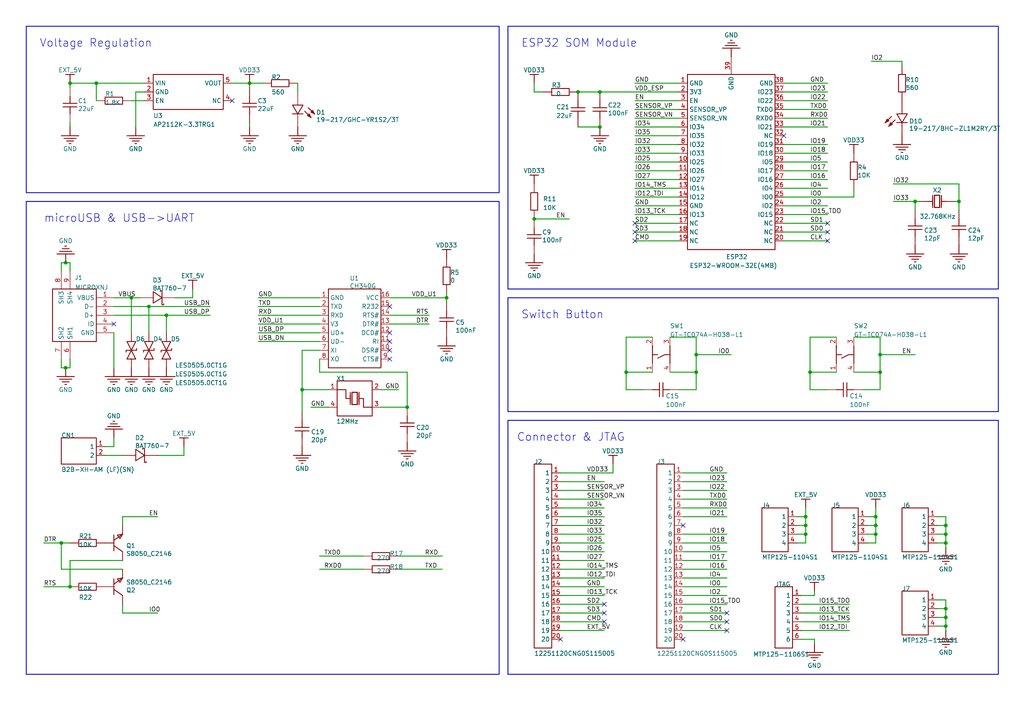
<source format=kicad_sch>
(kicad_sch (version 20220104) (generator eeschema)
  (paper "A4")
  (junction (at 87.63 113.03))
  (junction (at 278.13 58.42))
  (junction (at 43.18 88.9))
  (junction (at 20.32 170.18))
  (junction (at 19.05 76.2))
  (junction (at 254 154.94))
  (junction (at 167.64 26.67))
  (junction (at 17.78 157.48))
  (junction (at 72.39 24.13))
  (junction (at 27.94 24.13))
  (junction (at 173.99 36.83))
  (junction (at 254 149.86))
  (junction (at 19.05 106.68))
  (junction (at 38.1 86.36))
  (junction (at 233.68 149.86))
  (junction (at 129.54 86.36))
  (junction (at 274.32 176.53))
  (junction (at 265.43 58.42))
  (junction (at 254 152.4))
  (junction (at 201.93 102.87))
  (junction (at 173.99 26.67))
  (junction (at 274.32 154.94))
  (junction (at 274.32 157.48))
  (junction (at 274.32 181.61))
  (junction (at 255.27 107.95))
  (junction (at 274.32 152.4))
  (junction (at 118.11 118.11))
  (junction (at 233.68 154.94))
  (junction (at 274.32 179.07))
  (junction (at 233.68 152.4))
  (junction (at 181.61 107.95))
  (junction (at 201.93 107.95))
  (junction (at 48.26 91.44))
  (junction (at 255.27 102.87))
  (junction (at 154.94 63.5))
  (junction (at 234.95 107.95))
  (junction (at 20.32 24.13))
  (no_connect (at 240.03 69.85))
  (no_connect (at 198.12 152.4))
  (no_connect (at 162.56 185.42))
  (no_connect (at 113.03 99.06))
  (no_connect (at 210.82 182.88))
  (no_connect (at 113.03 104.14))
  (no_connect (at 240.03 64.77))
  (no_connect (at 67.31 29.21))
  (no_connect (at 113.03 101.6))
  (no_connect (at 198.12 185.42))
  (no_connect (at 175.26 175.26))
  (no_connect (at 210.82 177.8))
  (no_connect (at 184.15 69.85))
  (no_connect (at 33.02 93.98))
  (no_connect (at 184.15 64.77))
  (no_connect (at 240.03 67.31))
  (no_connect (at 184.15 67.31))
  (no_connect (at 113.03 96.52))
  (no_connect (at 210.82 180.34))
  (no_connect (at 227.33 39.37))
  (no_connect (at 175.26 177.8))
  (no_connect (at 113.03 88.9))
  (no_connect (at 175.26 180.34))
  (wire (pts (xy 41.91 29.21) (xy 38.1 29.21)) (stroke (width 0.254)))
  (wire (pts (xy 227.33 34.29) (xy 240.03 34.29)) (stroke (width 0.254)))
  (wire (pts (xy 162.56 162.56) (xy 175.26 162.56)) (stroke (width 0.254)))
  (wire (pts (xy 232.41 180.34) (xy 246.38 180.34)) (stroke (width 0.254)))
  (wire (pts (xy 184.15 24.13) (xy 196.85 24.13)) (stroke (width 0.254)))
  (wire (pts (xy 38.1 96.52) (xy 38.1 86.36)) (stroke (width 0.254)))
  (wire (pts (xy 247.65 57.15) (xy 247.65 54.61)) (stroke (width 0.254)))
  (wire (pts (xy 259.08 58.42) (xy 265.43 58.42)) (stroke (width 0.254)))
  (wire (pts (xy 236.22 172.72) (xy 236.22 171.45)) (stroke (width 0.254)))
  (wire (pts (xy 254 154.94) (xy 254 152.4)) (stroke (width 0.254)))
  (wire (pts (xy 184.15 69.85) (xy 196.85 69.85)) (stroke (width 0.254)))
  (wire (pts (xy 278.13 60.96) (xy 278.13 58.42)) (stroke (width 0.254)))
  (wire (pts (xy 162.56 172.72) (xy 175.26 172.72)) (stroke (width 0.254)))
  (wire (pts (xy 20.32 76.2) (xy 19.05 76.2)) (stroke (width 0.254)))
  (wire (pts (xy 198.12 147.32) (xy 210.82 147.32)) (stroke (width 0.254)))
  (wire (pts (xy 162.56 182.88) (xy 175.26 182.88)) (stroke (width 0.254)))
  (wire (pts (xy 274.32 179.07) (xy 274.32 181.61)) (stroke (width 0.254)))
  (wire (pts (xy 39.37 36.83) (xy 39.37 26.67)) (stroke (width 0.254)))
  (wire (pts (xy 92.71 165.1) (xy 105.41 165.1)) (stroke (width 0.254)))
  (wire (pts (xy 17.78 106.68) (xy 17.78 104.14)) (stroke (width 0.254)))
  (wire (pts (xy 154.94 26.67) (xy 157.48 26.67)) (stroke (width 0.254)))
  (wire (pts (xy 43.18 96.52) (xy 43.18 88.9)) (stroke (width 0.254)))
  (wire (pts (xy 227.33 44.45) (xy 240.03 44.45)) (stroke (width 0.254)))
  (wire (pts (xy 162.56 157.48) (xy 175.26 157.48)) (stroke (width 0.254)))
  (wire (pts (xy 278.13 53.34) (xy 259.08 53.34)) (stroke (width 0.254)))
  (wire (pts (xy 162.56 149.86) (xy 175.26 149.86)) (stroke (width 0.254)))
  (wire (pts (xy 227.33 26.67) (xy 240.03 26.67)) (stroke (width 0.254)))
  (wire (pts (xy 162.56 180.34) (xy 175.26 180.34)) (stroke (width 0.254)))
  (wire (pts (xy 227.33 62.23) (xy 240.03 62.23)) (stroke (width 0.254)))
  (wire (pts (xy 115.57 165.1) (xy 128.27 165.1)) (stroke (width 0.254)))
  (wire (pts (xy 227.33 41.91) (xy 240.03 41.91)) (stroke (width 0.254)))
  (wire (pts (xy 167.64 36.83) (xy 173.99 36.83)) (stroke (width 0.254)))
  (wire (pts (xy 19.05 76.2) (xy 17.78 76.2)) (stroke (width 0.254)))
  (wire (pts (xy 184.15 44.45) (xy 196.85 44.45)) (stroke (width 0.254)))
  (wire (pts (xy 227.33 57.15) (xy 247.65 57.15)) (stroke (width 0.254)))
  (wire (pts (xy 162.56 154.94) (xy 175.26 154.94)) (stroke (width 0.254)))
  (wire (pts (xy 35.56 175.26) (xy 35.56 177.8)) (stroke (width 0.254)))
  (wire (pts (xy 38.1 86.36) (xy 40.64 86.36)) (stroke (width 0.254)))
  (wire (pts (xy 232.41 175.26) (xy 246.38 175.26)) (stroke (width 0.254)))
  (wire (pts (xy 233.68 154.94) (xy 233.68 152.4)) (stroke (width 0.254)))
  (wire (pts (xy 184.15 52.07) (xy 196.85 52.07)) (stroke (width 0.254)))
  (wire (pts (xy 271.78 181.61) (xy 274.32 181.61)) (stroke (width 0.254)))
  (wire (pts (xy 92.71 99.06) (xy 74.93 99.06)) (stroke (width 0.254)))
  (wire (pts (xy 227.33 31.75) (xy 240.03 31.75)) (stroke (width 0.254)))
  (wire (pts (xy 184.15 49.53) (xy 196.85 49.53)) (stroke (width 0.254)))
  (wire (pts (xy 48.26 96.52) (xy 48.26 91.44)) (stroke (width 0.254)))
  (wire (pts (xy 227.33 52.07) (xy 240.03 52.07)) (stroke (width 0.254)))
  (wire (pts (xy 232.41 177.8) (xy 246.38 177.8)) (stroke (width 0.254)))
  (wire (pts (xy 198.12 142.24) (xy 210.82 142.24)) (stroke (width 0.254)))
  (wire (pts (xy 201.93 97.79) (xy 201.93 102.87)) (stroke (width 0.254)))
  (wire (pts (xy 274.32 154.94) (xy 274.32 157.48)) (stroke (width 0.254)))
  (wire (pts (xy 227.33 54.61) (xy 240.03 54.61)) (stroke (width 0.254)))
  (wire (pts (xy 72.39 24.13) (xy 76.2 24.13)) (stroke (width 0.254)))
  (wire (pts (xy 184.15 34.29) (xy 196.85 34.29)) (stroke (width 0.254)))
  (wire (pts (xy 231.14 149.86) (xy 233.68 149.86)) (stroke (width 0.254)))
  (wire (pts (xy 20.32 78.74) (xy 20.32 76.2)) (stroke (width 0.254)))
  (wire (pts (xy 129.54 86.36) (xy 113.03 86.36)) (stroke (width 0.254)))
  (wire (pts (xy 90.17 118.11) (xy 95.25 118.11)) (stroke (width 0.254)))
  (wire (pts (xy 92.71 101.6) (xy 87.63 101.6)) (stroke (width 0.254)))
  (wire (pts (xy 162.56 170.18) (xy 175.26 170.18)) (stroke (width 0.254)))
  (wire (pts (xy 201.93 113.03) (xy 201.93 107.95)) (stroke (width 0.254)))
  (wire (pts (xy 92.71 96.52) (xy 74.93 96.52)) (stroke (width 0.254)))
  (wire (pts (xy 92.71 107.95) (xy 92.71 104.14)) (stroke (width 0.254)))
  (wire (pts (xy 227.33 24.13) (xy 240.03 24.13)) (stroke (width 0.254)))
  (wire (pts (xy 227.33 64.77) (xy 240.03 64.77)) (stroke (width 0.254)))
  (wire (pts (xy 198.12 180.34) (xy 210.82 180.34)) (stroke (width 0.254)))
  (wire (pts (xy 201.93 107.95) (xy 201.93 102.87)) (stroke (width 0.254)))
  (wire (pts (xy 45.72 149.86) (xy 35.56 149.86)) (stroke (width 0.254)))
  (wire (pts (xy 184.15 54.61) (xy 196.85 54.61)) (stroke (width 0.254)))
  (wire (pts (xy 35.56 177.8) (xy 45.72 177.8)) (stroke (width 0.254)))
  (wire (pts (xy 198.12 157.48) (xy 210.82 157.48)) (stroke (width 0.254)))
  (wire (pts (xy 271.78 179.07) (xy 274.32 179.07)) (stroke (width 0.254)))
  (wire (pts (xy 20.32 24.13) (xy 27.94 24.13)) (stroke (width 0.254)))
  (wire (pts (xy 231.14 154.94) (xy 233.68 154.94)) (stroke (width 0.254)))
  (wire (pts (xy 198.12 162.56) (xy 210.82 162.56)) (stroke (width 0.254)))
  (wire (pts (xy 19.05 106.68) (xy 17.78 106.68)) (stroke (width 0.254)))
  (wire (pts (xy 274.32 173.99) (xy 274.32 176.53)) (stroke (width 0.254)))
  (wire (pts (xy 233.68 152.4) (xy 233.68 149.86)) (stroke (width 0.254)))
  (wire (pts (xy 198.12 149.86) (xy 210.82 149.86)) (stroke (width 0.254)))
  (wire (pts (xy 254 152.4) (xy 254 149.86)) (stroke (width 0.254)))
  (wire (pts (xy 271.78 176.53) (xy 274.32 176.53)) (stroke (width 0.254)))
  (wire (pts (xy 251.46 154.94) (xy 254 154.94)) (stroke (width 0.254)))
  (wire (pts (xy 201.93 102.87) (xy 212.09 102.87)) (stroke (width 0.254)))
  (wire (pts (xy 184.15 39.37) (xy 196.85 39.37)) (stroke (width 0.254)))
  (wire (pts (xy 198.12 137.16) (xy 210.82 137.16)) (stroke (width 0.254)))
  (wire (pts (xy 181.61 97.79) (xy 189.23 97.79)) (stroke (width 0.254)))
  (wire (pts (xy 17.78 165.1) (xy 35.56 165.1)) (stroke (width 0.254)))
  (wire (pts (xy 181.61 107.95) (xy 181.61 113.03)) (stroke (width 0.254)))
  (wire (pts (xy 17.78 157.48) (xy 20.32 157.48)) (stroke (width 0.254)))
  (wire (pts (xy 233.68 149.86) (xy 233.68 147.32)) (stroke (width 0.254)))
  (wire (pts (xy 162.56 147.32) (xy 175.26 147.32)) (stroke (width 0.254)))
  (wire (pts (xy 184.15 31.75) (xy 196.85 31.75)) (stroke (width 0.254)))
  (wire (pts (xy 255.27 102.87) (xy 265.43 102.87)) (stroke (width 0.254)))
  (wire (pts (xy 67.31 24.13) (xy 72.39 24.13)) (stroke (width 0.254)))
  (wire (pts (xy 167.64 26.67) (xy 173.99 26.67)) (stroke (width 0.254)))
  (wire (pts (xy 30.48 132.08) (xy 35.56 132.08)) (stroke (width 0.254)))
  (wire (pts (xy 198.12 182.88) (xy 210.82 182.88)) (stroke (width 0.254)))
  (wire (pts (xy 274.32 152.4) (xy 274.32 154.94)) (stroke (width 0.254)))
  (wire (pts (xy 227.33 49.53) (xy 240.03 49.53)) (stroke (width 0.254)))
  (wire (pts (xy 118.11 107.95) (xy 92.71 107.95)) (stroke (width 0.254)))
  (wire (pts (xy 184.15 36.83) (xy 196.85 36.83)) (stroke (width 0.254)))
  (wire (pts (xy 162.56 160.02) (xy 175.26 160.02)) (stroke (width 0.254)))
  (wire (pts (xy 247.65 107.95) (xy 255.27 107.95)) (stroke (width 0.254)))
  (wire (pts (xy 232.41 182.88) (xy 246.38 182.88)) (stroke (width 0.254)))
  (wire (pts (xy 227.33 46.99) (xy 240.03 46.99)) (stroke (width 0.254)))
  (wire (pts (xy 27.94 24.13) (xy 27.94 29.21)) (stroke (width 0.254)))
  (wire (pts (xy 250.19 113.03) (xy 255.27 113.03)) (stroke (width 0.254)))
  (wire (pts (xy 231.14 152.4) (xy 233.68 152.4)) (stroke (width 0.254)))
  (wire (pts (xy 198.12 160.02) (xy 210.82 160.02)) (stroke (width 0.254)))
  (wire (pts (xy 251.46 157.48) (xy 254 157.48)) (stroke (width 0.254)))
  (wire (pts (xy 242.57 107.95) (xy 234.95 107.95)) (stroke (width 0.254)))
  (wire (pts (xy 234.95 97.79) (xy 242.57 97.79)) (stroke (width 0.254)))
  (wire (pts (xy 227.33 36.83) (xy 240.03 36.83)) (stroke (width 0.254)))
  (wire (pts (xy 154.94 24.13) (xy 154.94 26.67)) (stroke (width 0.254)))
  (wire (pts (xy 173.99 26.67) (xy 196.85 26.67)) (stroke (width 0.254)))
  (wire (pts (xy 45.72 132.08) (xy 53.34 132.08)) (stroke (width 0.254)))
  (wire (pts (xy 86.36 24.13) (xy 86.36 26.67)) (stroke (width 0.254)))
  (wire (pts (xy 261.62 17.78) (xy 252.73 17.78)) (stroke (width 0.254)))
  (wire (pts (xy 115.57 161.29) (xy 128.27 161.29)) (stroke (width 0.254)))
  (wire (pts (xy 196.85 113.03) (xy 201.93 113.03)) (stroke (width 0.254)))
  (wire (pts (xy 50.8 86.36) (xy 55.88 86.36)) (stroke (width 0.254)))
  (wire (pts (xy 271.78 154.94) (xy 274.32 154.94)) (stroke (width 0.254)))
  (wire (pts (xy 198.12 139.7) (xy 210.82 139.7)) (stroke (width 0.254)))
  (wire (pts (xy 255.27 107.95) (xy 255.27 102.87)) (stroke (width 0.254)))
  (wire (pts (xy 35.56 149.86) (xy 35.56 152.4)) (stroke (width 0.254)))
  (wire (pts (xy 227.33 29.21) (xy 240.03 29.21)) (stroke (width 0.254)))
  (wire (pts (xy 162.56 152.4) (xy 175.26 152.4)) (stroke (width 0.254)))
  (wire (pts (xy 162.56 175.26) (xy 175.26 175.26)) (stroke (width 0.254)))
  (wire (pts (xy 92.71 88.9) (xy 74.93 88.9)) (stroke (width 0.254)))
  (wire (pts (xy 184.15 64.77) (xy 196.85 64.77)) (stroke (width 0.254)))
  (wire (pts (xy 261.62 19.05) (xy 261.62 17.78)) (stroke (width 0.254)))
  (wire (pts (xy 265.43 58.42) (xy 265.43 60.96)) (stroke (width 0.254)))
  (wire (pts (xy 162.56 144.78) (xy 175.26 144.78)) (stroke (width 0.254)))
  (wire (pts (xy 232.41 185.42) (xy 236.22 185.42)) (stroke (width 0.254)))
  (wire (pts (xy 39.37 26.67) (xy 41.91 26.67)) (stroke (width 0.254)))
  (wire (pts (xy 274.32 181.61) (xy 274.32 182.88)) (stroke (width 0.254)))
  (wire (pts (xy 162.56 137.16) (xy 177.8 137.16)) (stroke (width 0.254)))
  (wire (pts (xy 118.11 118.11) (xy 110.49 118.11)) (stroke (width 0.254)))
  (wire (pts (xy 72.39 24.13) (xy 72.39 25.4)) (stroke (width 0.254)))
  (wire (pts (xy 20.32 106.68) (xy 19.05 106.68)) (stroke (width 0.254)))
  (wire (pts (xy 274.32 157.48) (xy 274.32 158.75)) (stroke (width 0.254)))
  (wire (pts (xy 184.15 62.23) (xy 196.85 62.23)) (stroke (width 0.254)))
  (wire (pts (xy 92.71 161.29) (xy 105.41 161.29)) (stroke (width 0.254)))
  (wire (pts (xy 53.34 132.08) (xy 53.34 129.54)) (stroke (width 0.254)))
  (wire (pts (xy 74.93 93.98) (xy 92.71 93.98)) (stroke (width 0.254)))
  (wire (pts (xy 20.32 162.56) (xy 35.56 162.56)) (stroke (width 0.254)))
  (wire (pts (xy 87.63 113.03) (xy 95.25 113.03)) (stroke (width 0.254)))
  (wire (pts (xy 113.03 93.98) (xy 124.46 93.98)) (stroke (width 0.254)))
  (wire (pts (xy 43.18 88.9) (xy 33.02 88.9)) (stroke (width 0.254)))
  (wire (pts (xy 184.15 57.15) (xy 196.85 57.15)) (stroke (width 0.254)))
  (wire (pts (xy 234.95 113.03) (xy 240.03 113.03)) (stroke (width 0.254)))
  (wire (pts (xy 87.63 101.6) (xy 87.63 113.03)) (stroke (width 0.254)))
  (wire (pts (xy 154.94 63.5) (xy 165.1 63.5)) (stroke (width 0.254)))
  (wire (pts (xy 198.12 167.64) (xy 210.82 167.64)) (stroke (width 0.254)))
  (wire (pts (xy 276.86 58.42) (xy 278.13 58.42)) (stroke (width 0.254)))
  (wire (pts (xy 55.88 86.36) (xy 55.88 83.82)) (stroke (width 0.254)))
  (wire (pts (xy 113.03 91.44) (xy 124.46 91.44)) (stroke (width 0.254)))
  (wire (pts (xy 184.15 29.21) (xy 196.85 29.21)) (stroke (width 0.254)))
  (wire (pts (xy 33.02 106.68) (xy 33.02 96.52)) (stroke (width 0.254)))
  (wire (pts (xy 92.71 91.44) (xy 74.93 91.44)) (stroke (width 0.254)))
  (wire (pts (xy 184.15 67.31) (xy 196.85 67.31)) (stroke (width 0.254)))
  (wire (pts (xy 198.12 154.94) (xy 210.82 154.94)) (stroke (width 0.254)))
  (wire (pts (xy 72.39 36.83) (xy 72.39 35.56)) (stroke (width 0.254)))
  (wire (pts (xy 162.56 177.8) (xy 175.26 177.8)) (stroke (width 0.254)))
  (wire (pts (xy 184.15 41.91) (xy 196.85 41.91)) (stroke (width 0.254)))
  (wire (pts (xy 129.54 86.36) (xy 129.54 85.09)) (stroke (width 0.254)))
  (wire (pts (xy 274.32 176.53) (xy 274.32 179.07)) (stroke (width 0.254)))
  (wire (pts (xy 20.32 170.18) (xy 20.32 162.56)) (stroke (width 0.254)))
  (wire (pts (xy 198.12 172.72) (xy 210.82 172.72)) (stroke (width 0.254)))
  (wire (pts (xy 274.32 149.86) (xy 274.32 152.4)) (stroke (width 0.254)))
  (wire (pts (xy 12.7 157.48) (xy 17.78 157.48)) (stroke (width 0.254)))
  (wire (pts (xy 17.78 76.2) (xy 17.78 78.74)) (stroke (width 0.254)))
  (wire (pts (xy 271.78 149.86) (xy 274.32 149.86)) (stroke (width 0.254)))
  (wire (pts (xy 33.02 127) (xy 33.02 129.54)) (stroke (width 0.254)))
  (wire (pts (xy 181.61 107.95) (xy 181.61 97.79)) (stroke (width 0.254)))
  (wire (pts (xy 278.13 58.42) (xy 278.13 53.34)) (stroke (width 0.254)))
  (wire (pts (xy 17.78 157.48) (xy 17.78 165.1)) (stroke (width 0.254)))
  (wire (pts (xy 251.46 152.4) (xy 254 152.4)) (stroke (width 0.254)))
  (wire (pts (xy 271.78 173.99) (xy 274.32 173.99)) (stroke (width 0.254)))
  (wire (pts (xy 184.15 59.69) (xy 196.85 59.69)) (stroke (width 0.254)))
  (wire (pts (xy 33.02 129.54) (xy 30.48 129.54)) (stroke (width 0.254)))
  (wire (pts (xy 233.68 157.48) (xy 233.68 154.94)) (stroke (width 0.254)))
  (wire (pts (xy 162.56 167.64) (xy 175.26 167.64)) (stroke (width 0.254)))
  (wire (pts (xy 20.32 36.83) (xy 20.32 35.56)) (stroke (width 0.254)))
  (wire (pts (xy 251.46 149.86) (xy 254 149.86)) (stroke (width 0.254)))
  (wire (pts (xy 162.56 165.1) (xy 175.26 165.1)) (stroke (width 0.254)))
  (wire (pts (xy 129.54 87.63) (xy 129.54 86.36)) (stroke (width 0.254)))
  (wire (pts (xy 194.31 97.79) (xy 201.93 97.79)) (stroke (width 0.254)))
  (wire (pts (xy 118.11 118.11) (xy 118.11 107.95)) (stroke (width 0.254)))
  (wire (pts (xy 33.02 91.44) (xy 48.26 91.44)) (stroke (width 0.254)))
  (wire (pts (xy 189.23 107.95) (xy 181.61 107.95)) (stroke (width 0.254)))
  (wire (pts (xy 254 157.48) (xy 254 154.94)) (stroke (width 0.254)))
  (wire (pts (xy 271.78 157.48) (xy 274.32 157.48)) (stroke (width 0.254)))
  (wire (pts (xy 198.12 175.26) (xy 210.82 175.26)) (stroke (width 0.254)))
  (wire (pts (xy 255.27 113.03) (xy 255.27 107.95)) (stroke (width 0.254)))
  (wire (pts (xy 60.96 88.9) (xy 43.18 88.9)) (stroke (width 0.254)))
  (wire (pts (xy 227.33 59.69) (xy 240.03 59.69)) (stroke (width 0.254)))
  (wire (pts (xy 227.33 67.31) (xy 240.03 67.31)) (stroke (width 0.254)))
  (wire (pts (xy 198.12 177.8) (xy 210.82 177.8)) (stroke (width 0.254)))
  (wire (pts (xy 33.02 86.36) (xy 38.1 86.36)) (stroke (width 0.254)))
  (wire (pts (xy 247.65 97.79) (xy 255.27 97.79)) (stroke (width 0.254)))
  (wire (pts (xy 87.63 119.38) (xy 87.63 113.03)) (stroke (width 0.254)))
  (wire (pts (xy 12.7 170.18) (xy 20.32 170.18)) (stroke (width 0.254)))
  (wire (pts (xy 194.31 107.95) (xy 201.93 107.95)) (stroke (width 0.254)))
  (wire (pts (xy 198.12 144.78) (xy 210.82 144.78)) (stroke (width 0.254)))
  (wire (pts (xy 20.32 24.13) (xy 20.32 25.4)) (stroke (width 0.254)))
  (wire (pts (xy 231.14 157.48) (xy 233.68 157.48)) (stroke (width 0.254)))
  (wire (pts (xy 184.15 46.99) (xy 196.85 46.99)) (stroke (width 0.254)))
  (wire (pts (xy 254 149.86) (xy 254 147.32)) (stroke (width 0.254)))
  (wire (pts (xy 162.56 142.24) (xy 175.26 142.24)) (stroke (width 0.254)))
  (wire (pts (xy 177.8 137.16) (xy 177.8 134.62)) (stroke (width 0.254)))
  (wire (pts (xy 198.12 165.1) (xy 210.82 165.1)) (stroke (width 0.254)))
  (wire (pts (xy 74.93 86.36) (xy 92.71 86.36)) (stroke (width 0.254)))
  (wire (pts (xy 234.95 107.95) (xy 234.95 113.03)) (stroke (width 0.254)))
  (wire (pts (xy 110.49 113.03) (xy 115.57 113.03)) (stroke (width 0.254)))
  (wire (pts (xy 162.56 139.7) (xy 175.26 139.7)) (stroke (width 0.254)))
  (wire (pts (xy 255.27 97.79) (xy 255.27 102.87)) (stroke (width 0.254)))
  (wire (pts (xy 271.78 152.4) (xy 274.32 152.4)) (stroke (width 0.254)))
  (wire (pts (xy 227.33 69.85) (xy 240.03 69.85)) (stroke (width 0.254)))
  (wire (pts (xy 236.22 185.42) (xy 236.22 186.69)) (stroke (width 0.254)))
  (wire (pts (xy 234.95 107.95) (xy 234.95 97.79)) (stroke (width 0.254)))
  (wire (pts (xy 41.91 24.13) (xy 27.94 24.13)) (stroke (width 0.254)))
  (wire (pts (xy 48.26 91.44) (xy 60.96 91.44)) (stroke (width 0.254)))
  (wire (pts (xy 198.12 170.18) (xy 210.82 170.18)) (stroke (width 0.254)))
  (wire (pts (xy 20.32 104.14) (xy 20.32 106.68)) (stroke (width 0.254)))
  (wire (pts (xy 265.43 58.42) (xy 266.7 58.42)) (stroke (width 0.254)))
  (wire (pts (xy 181.61 113.03) (xy 186.69 113.03)) (stroke (width 0.254)))
  (wire (pts (xy 232.41 172.72) (xy 236.22 172.72)) (stroke (width 0.254)))
  (rectangle (start 289.56 7.62) (end 147.32 83.82) (stroke (width 0.254)))
  (rectangle (start 144.78 7.62) (end 7.62 55.88) (stroke (width 0.254)))
  (rectangle (start 289.56 86.36) (end 147.32 119.38) (stroke (width 0.254)))
  (rectangle (start 289.56 121.92) (end 147.32 195.58) (stroke (width 0.254)))
  (rectangle (start 144.78 58.42) (end 7.62 195.58) (stroke (width 0.254)))
  (text "Switch Button" (at 151.13 92.71 180) (effects (font (size 2.286 2.286)) (justify left bottom)))
  (text "Voltage Regulation" (at 11.43 13.97 180) (effects (font (size 2.286 2.286)) (justify left bottom)))
  (text "microUSB & USB->UART" (at 12.7 64.77 180) (effects (font (size 2.286 2.286)) (justify left bottom)))
  (text "Connector & JTAG" (at 149.86 128.27 180) (effects (font (size 2.286 2.286)) (justify left bottom)))
  (text "ESP32 SOM Module" (at 151.13 13.97 180) (effects (font (size 2.286 2.286)) (justify left bottom)))
  (label "GND" (at 170.18 170.18 0))
  (label "IO4" (at 205.74 167.64 0))
  (label "EN" (at 261.62 102.87 0))
  (label "IO5" (at 205.74 160.02 0))
  (label "VDD_ESP" (at 184.15 26.67 0))
  (label "IO0" (at 208.28 102.87 0))
  (label "GND" (at 74.93 86.36 0))
  (label "IO32" (at 184.15 41.91 0))
  (label "IO2" (at 234.95 59.69 0))
  (label "IO0" (at 43.18 177.8 0))
  (label "TXD0" (at 234.95 31.75 0))
  (label "IO25" (at 184.15 46.99 0))
  (label "CMD" (at 170.18 180.34 0))
  (label "IO15_TDO" (at 237.49 175.26 0))
  (label "EN" (at 43.18 149.86 0))
  (label "IO27" (at 184.15 52.07 0))
  (label "RTS" (at 12.7 170.18 0))
  (label "CMD" (at 184.15 69.85 0))
  (label "EN" (at 170.18 139.7 0))
  (label "IO32" (at 259.08 53.34 0))
  (label "SD2" (at 170.18 175.26 0))
  (label "IO34" (at 170.18 147.32 0))
  (label "GND" (at 90.17 118.11 0))
  (label "IO4" (at 234.95 54.61 0))
  (label "IO35" (at 184.15 39.37 0))
  (label "SD0" (at 205.74 180.34 0))
  (label "SENSOR_VP" (at 184.15 31.75 0))
  (label "DTR" (at 12.7 157.48 0))
  (label "SD0" (at 234.95 67.31 0))
  (label "VDD_U1" (at 74.93 93.98 0))
  (label "GND" (at 111.76 113.03 0))
  (label "IO21" (at 205.74 149.86 0))
  (label "IO33" (at 170.18 154.94 0))
  (label "TXD" (at 74.93 88.9 0))
  (label "EN" (at 161.29 63.5 0))
  (label "IO18" (at 205.74 157.48 0))
  (label "RXD0" (at 205.74 147.32 0))
  (label "RTS" (at 120.65 91.44 0))
  (label "USB_DN" (at 74.93 99.06 0))
  (label "IO33" (at 259.08 58.42 0))
  (label "IO15_TDO" (at 205.74 175.26 0))
  (label "CLK" (at 205.74 182.88 0))
  (label "IO22" (at 234.95 29.21 0))
  (label "SD3" (at 184.15 67.31 0))
  (label "IO14_TMS" (at 184.15 54.61 0))
  (label "IO34" (at 184.15 36.83 0))
  (label "IO0" (at 205.74 170.18 0))
  (label "IO2" (at 252.73 17.78 0))
  (label "IO16" (at 234.95 52.07 0))
  (label "USB_DN" (at 53.34 88.9 0))
  (label "IO21" (at 234.95 36.83 0))
  (label "IO14_TMS" (at 237.49 180.34 0))
  (label "IO32" (at 170.18 152.4 0))
  (label "SD3" (at 170.18 177.8 0))
  (label "IO14_TMS" (at 170.18 165.1 0))
  (label "IO0" (at 234.95 57.15 0))
  (label "IO2" (at 205.74 172.72 0))
  (label "IO17" (at 234.95 49.53 0))
  (label "IO33" (at 184.15 44.45 0))
  (label "SENSOR_VP" (at 170.18 142.24 0))
  (label "SD1" (at 205.74 177.8 0))
  (label "IO25" (at 170.18 157.48 0))
  (label "TXD" (at 123.19 165.1 0))
  (label "IO26" (at 184.15 49.53 0))
  (label "SD1" (at 234.95 64.77 0))
  (label "EXT_5V" (at 170.18 182.88 0))
  (label "USB_DP" (at 53.34 91.44 0))
  (label "RXD0" (at 93.98 165.1 0))
  (label "IO13_TCK" (at 237.49 177.8 0))
  (label "TXD0" (at 205.74 144.78 0))
  (label "VDD33" (at 170.18 137.16 0))
  (label "IO23" (at 205.74 139.7 0))
  (label "IO27" (at 170.18 162.56 0))
  (label "RXD" (at 123.19 161.29 0))
  (label "IO5" (at 234.95 46.99 0))
  (label "GND" (at 184.15 59.69 0))
  (label "IO19" (at 205.74 154.94 0))
  (label "DTR" (at 120.65 93.98 0))
  (label "USB_DP" (at 74.93 96.52 0))
  (label "SENSOR_VN" (at 170.18 144.78 0))
  (label "SD2" (at 184.15 64.77 0))
  (label "GND" (at 184.15 24.13 0))
  (label "IO15_TDO" (at 234.95 62.23 0))
  (label "IO13_TCK" (at 170.18 172.72 0))
  (label "IO22" (at 205.74 142.24 0))
  (label "IO18" (at 234.95 44.45 0))
  (label "IO19" (at 234.95 41.91 0))
  (label "SENSOR_VN" (at 184.15 34.29 0))
  (label "GND" (at 205.74 137.16 0))
  (label "IO23" (at 234.95 26.67 0))
  (label "IO12_TDI" (at 184.15 57.15 0))
  (label "IO16" (at 205.74 165.1 0))
  (label "VBUS" (at 34.29 86.36 0))
  (label "VDD_U1" (at 119.38 86.36 0))
  (label "IO26" (at 170.18 160.02 0))
  (label "RXD0" (at 234.95 34.29 0))
  (label "IO13_TCK" (at 184.15 62.23 0))
  (label "EN" (at 184.15 29.21 0))
  (label "TXD0" (at 93.98 161.29 0))
  (label "IO12_TDI" (at 237.49 182.88 0))
  (label "GND" (at 234.95 24.13 0))
  (label "CLK" (at 234.95 69.85 0))
  (label "RXD" (at 74.93 91.44 0))
  (label "IO12_TDI" (at 170.18 167.64 0))
  (label "IO17" (at 205.74 162.56 0))
  (label "IO35" (at 170.18 149.86 0))
  (symbol (lib_id "msb-pcb-1r2-altium-import:1_22uF") (at 72.39 30.48 0) (unit 1)
    (property "Reference" "C3" (at 74.676 29.972 0) (effects (justify left bottom)))
    (property "Value" "22uF" (at 74.676 32.258 0) (effects (justify left bottom)))
    (property "Footprint" "C0603" (effects hide))
    (property "BOM_SUPPLIER" "LCSC" (effects hide))
    (property "BOM_SUPPLIER PART" "C167429" (effects hide))
    (property "BOM_MANUFACTURER" "Murata Electronics" (effects hide))
    (property "BOM_MANUFACTURER PART" "GRM188R61A226ME15L" (effects hide))
    (property "NAMEALIAS" "Capacitance" (effects hide))
    (property "CONTRIBUTOR" "LCSC" (effects hide))
    (property "BOM_JLCPCB PART CLASS" "Extended Part" (effects hide))
    (property "SPICEPRE" "C" (effects hide))
    (property "SPICESYMBOLNAME" "GRM188R61A226ME15L" (effects hide))
  )
  (symbol (lib_id "msb-pcb-1r2-altium-import:2_BAT760-7") (at 40.64 132.08 0) (unit 1)
    (property "Reference" "D2" (at 39.1279 127.7151 0) (effects (justify left bottom)))
    (property "Value" "BAT760-7" (at 39.1279 130.0269 0) (effects (justify left bottom)))
    (property "Footprint" "SOD-323_L1.8-W1.3-LS2.5-RD" (effects hide))
    (property "BOM_SUPPLIER" "LCSC" (effects hide))
    (property "BOM_MANUFACTURER" "DIODES" (effects hide))
    (property "BOM_MANUFACTURER PART" "BAT760-7" (effects hide))
    (property "CONTRIBUTOR" "LCSC" (effects hide))
    (property "BOM_SUPPLIER PART" "C124187" (effects hide))
    (property "BOM_JLCPCB PART CLASS" "Extended Part" (effects hide))
    (property "SPICEPRE" "D" (effects hide))
    (property "SPICESYMBOLNAME" "BAT760-7" (effects hide))
  )
  (symbol (lib_id "msb-pcb-1r2-altium-import:GND") (at 278.13 71.12 0) (unit 1)
    (property "Reference" "#PWR?" (effects hide))
    (property "Value" "GND" (at 278.13 77.47 0))
  )
  (symbol (lib_id "msb-pcb-1r2-altium-import:GND") (at 236.22 186.69 0) (unit 1)
    (property "Reference" "#PWR?" (effects hide))
    (property "Value" "GND" (at 236.22 193.04 0))
  )
  (symbol (lib_id "msb-pcb-1r2-altium-import:EXT_5V") (at 53.34 129.54 180) (unit 1)
    (property "Reference" "#PWR?" (effects hide))
    (property "Value" "EXT_5V" (at 53.34 125.73 0))
  )
  (symbol (lib_id "msb-pcb-1r2-altium-import:0_10K") (at 25.4 157.48 0) (unit 1)
    (property "Reference" "R21" (at 22.86 156.21 0) (effects (justify left bottom)))
    (property "Value" "10K" (at 22.86 158.75 0) (effects (justify left bottom)))
    (property "Footprint" "R0603" (effects hide))
    (property "BOM_SUPPLIER" "LCSC" (effects hide))
    (property "BOM_MANUFACTURER" "UniOhm" (effects hide))
    (property "BOM_MANUFACTURER PART" "0603WAJ0103T5E" (effects hide))
    (property "NAMEALIAS" "Resistance (Ohms)" (effects hide))
    (property "BOM_SUPPLIER PART" "C15401" (effects hide))
    (property "BOM_JLCPCB PART CLASS" "Extended Part" (effects hide))
    (property "SPICEPRE" "R" (effects hide))
    (property "SPICESYMBOLNAME" "0603WAJ0103T5E" (effects hide))
  )
  (symbol (lib_id "msb-pcb-1r2-altium-import:2_560") (at 81.28 24.13 0) (unit 1)
    (property "Reference" "R2" (at 78.74 23.114 0) (effects (justify left bottom)))
    (property "Value" "560" (at 78.74 27.432 0) (effects (justify left bottom)))
    (property "Footprint" "R0603" (effects hide))
    (property "BOM_SUPPLIER" "LCSC" (effects hide))
    (property "BOM_MANUFACTURER" "UniOhm" (effects hide))
    (property "BOM_MANUFACTURER PART" "0603WAF5600T5E" (effects hide))
    (property "NAMEALIAS" "Resistance (Ohms)" (effects hide))
    (property "BOM_SUPPLIER PART" "C23204" (effects hide))
    (property "BOM_JLCPCB PART CLASS" "Basic Part" (effects hide))
    (property "SPICEPRE" "R" (effects hide))
    (property "SPICESYMBOLNAME" "0603WAF5600T5E" (effects hide))
  )
  (symbol (lib_id "msb-pcb-1r2-altium-import:0_1.8K") (at 33.02 29.21 0) (unit 1)
    (property "Reference" "R1" (at 30.48 27.94 0) (effects (justify left bottom)))
    (property "Value" "1.8K" (at 30.48 30.48 0) (effects (justify left bottom)))
    (property "Footprint" "R0603" (effects hide))
    (property "BOM_SUPPLIER" "LCSC" (effects hide))
    (property "BOM_MANUFACTURER" "UniOhm" (effects hide))
    (property "BOM_MANUFACTURER PART" "0603WAJ0182T5E" (effects hide))
    (property "NAMEALIAS" "Resistance (Ohms)" (effects hide))
    (property "BOM_SUPPLIER PART" "C25991" (effects hide))
    (property "BOM_JLCPCB PART CLASS" "Extended Part" (effects hide))
    (property "SPICEPRE" "R" (effects hide))
    (property "SPICESYMBOLNAME" "0603WAJ0182T5E" (effects hide))
  )
  (symbol (lib_id "msb-pcb-1r2-altium-import:0_mirrored_B2B-XH-AM (LF)(SN)") (at 24.13 130.81 0) (unit 1)
    (property "Reference" "CN1" (at 17.78 127 0) (effects (justify left bottom)))
    (property "Value" "B2B-XH-AM (LF)(SN)" (at 17.78 136.906 0) (effects (justify left bottom)))
    (property "Footprint" "CONN-TH_B2B-XH-AM-LF-SN" (effects hide))
    (property "BOM_SUPPLIER" "LCSC" (effects hide))
    (property "BOM_SUPPLIER PART" "C161869" (effects hide))
    (property "BOM_MANUFACTURER" "JST Sales America" (effects hide))
    (property "BOM_MANUFACTURER PART" "-" (effects hide))
    (property "CONTRIBUTOR" "LCSC" (effects hide))
    (property "BOM_JLCPCB PART CLASS" "Extended Part" (effects hide))
    (property "SPICEPRE" "C" (effects hide))
    (property "SPICESYMBOLNAME" "B2B-XH-AM (LF)(SN)" (effects hide))
  )
  (symbol (lib_id "msb-pcb-1r2-altium-import:1_560") (at 261.62 24.13 0) (unit 1)
    (property "Reference" "R10" (at 262.636 23.876 0) (effects (justify left bottom)))
    (property "Value" "560" (at 262.636 26.162 0) (effects (justify left bottom)))
    (property "Footprint" "R0603" (effects hide))
    (property "BOM_SUPPLIER" "LCSC" (effects hide))
    (property "BOM_MANUFACTURER" "UniOhm" (effects hide))
    (property "BOM_MANUFACTURER PART" "0603WAF5600T5E" (effects hide))
    (property "NAMEALIAS" "Resistance (Ohms)" (effects hide))
    (property "BOM_SUPPLIER PART" "C23204" (effects hide))
    (property "BOM_JLCPCB PART CLASS" "Basic Part" (effects hide))
    (property "SPICEPRE" "R" (effects hide))
    (property "SPICESYMBOLNAME" "0603WAF5600T5E" (effects hide))
  )
  (symbol (lib_id "msb-pcb-1r2-altium-import:GND") (at 38.1 106.68 0) (unit 1)
    (property "Reference" "#PWR?" (effects hide))
    (property "Value" "GND" (at 38.1 113.03 0))
  )
  (symbol (lib_id "msb-pcb-1r2-altium-import:3_19-217{slash}GHC-YR1S2{slash}3T") (at 87.63 31.75 0) (unit 1)
    (property "Reference" "D1" (at 91.694 33.3362 0) (effects (justify left bottom)))
    (property "Value" "19-217/GHC-YR1S2/3T" (at 91.694 35.4555 0) (effects (justify left bottom)))
    (property "Footprint" "LED0603-R-RD" (effects hide))
    (property "BOM_SUPPLIER" "LCSC" (effects hide))
    (property "BOM_MANUFACTURER" "EVERLIGHT" (effects hide))
    (property "BOM_MANUFACTURER PART" "19-217/GHC-YR1S2/3T" (effects hide))
    (property "BOM_SUPPLIER PART" "C72043" (effects hide))
    (property "BOM_JLCPCB PART CLASS" "Basic Part" (effects hide))
    (property "SPICEPRE" "L" (effects hide))
    (property "SPICESYMBOLNAME" "19-217/GHC-YR1S2/3T" (effects hide))
  )
  (symbol (lib_id "msb-pcb-1r2-altium-import:0_100nF") (at 191.77 113.03 0) (unit 1)
    (property "Reference" "C15" (at 193.04 115.57 0) (effects (justify left bottom)))
    (property "Value" "100nF" (at 193.04 118.11 0) (effects (justify left bottom)))
    (property "Footprint" "C0603" (effects hide))
    (property "BOM_SUPPLIER" "LCSC" (effects hide))
    (property "BOM_MANUFACTURER" "YAGEO" (effects hide))
    (property "BOM_MANUFACTURER PART" "CC0603KRX7R9BB104" (effects hide))
    (property "NAMEALIAS" "Capacitance" (effects hide))
    (property "BOM_SUPPLIER PART" "C14663" (effects hide))
    (property "SMT TYPE" "Basic" (effects hide))
    (property "BOM_JLCPCB SMD" "Yes" (effects hide))
    (property "BOM_LCSC ASSEMBLY" "Yes" (effects hide))
    (property "SPICEPRE" "C" (effects hide))
    (property "SPICESYMBOLNAME" "CC0603KRX7R9BB104" (effects hide))
  )
  (symbol (lib_id "msb-pcb-1r2-altium-import:0_S8050_C2146") (at 33.02 157.48 0) (unit 1)
    (property "Reference" "Q1" (at 36.576 159.0127 0) (effects (justify left bottom)))
    (property "Value" "S8050_C2146" (at 36.576 161.3205 0) (effects (justify left bottom)))
    (property "Footprint" "SOT-23-3_L3.0-W1.7-P0.95-LS2.9-BR" (effects hide))
    (property "BOM_SUPPLIER" "LCSC" (effects hide))
    (property "BOM_MANUFACTURER" "CJ" (effects hide))
    (property "BOM_MANUFACTURER PART" "S8050" (effects hide))
    (property "IMAGE" "//image.lceda.cn/szlcsc/C2146.jpg" (effects hide))
    (property "BOM_SUPPLIER PART" "C2146" (effects hide))
    (property "SMT TYPE" "Basic" (effects hide))
    (property "BOM_JLCPCB SMD" "Yes" (effects hide))
    (property "BOM_LCSC ASSEMBLY" "Yes" (effects hide))
    (property "SPICEPRE" "Q" (effects hide))
    (property "SPICESYMBOLNAME" "S8050_C2146" (effects hide))
  )
  (symbol (lib_id "msb-pcb-1r2-altium-import:EXT_5V") (at 20.32 24.13 180) (unit 1)
    (property "Reference" "#PWR?" (effects hide))
    (property "Value" "EXT_5V" (at 20.32 20.32 0))
  )
  (symbol (lib_id "msb-pcb-1r2-altium-import:GND") (at 86.36 36.83 0) (unit 1)
    (property "Reference" "#PWR?" (effects hide))
    (property "Value" "GND" (at 86.36 43.18 0))
  )
  (symbol (lib_id "msb-pcb-1r2-altium-import:0_AP2112K-3.3TRG1") (at 54.61 26.67 0) (unit 1)
    (property "Reference" "U3" (at 44.45 34.29 0) (effects (justify left bottom)))
    (property "Value" "AP2112K-3.3TRG1" (at 44.45 36.83 0) (effects (justify left bottom)))
    (property "Footprint" "SOT-25-5_L3.0-W1.8-P0.95-LS3.0-BR" (effects hide))
    (property "BOM_SUPPLIER" "LCSC" (effects hide))
    (property "BOM_MANUFACTURER" "DIODES" (effects hide))
    (property "BOM_MANUFACTURER PART" "AP2112K-3.3TRG1" (effects hide))
    (property "CONTRIBUTOR" "LCSC" (effects hide))
    (property "BOM_SUPPLIER PART" "C51118" (effects hide))
    (property "SMT TYPE" "Extend" (effects hide))
    (property "BOM_JLCPCB SMD" "Yes" (effects hide))
    (property "SPICEPRE" "U" (effects hide))
    (property "SPICESYMBOLNAME" "AP2112K-3.3TRG1" (effects hide))
  )
  (symbol (lib_id "msb-pcb-1r2-altium-import:GND") (at 212.09 16.51 180) (unit 1)
    (property "Reference" "#PWR?" (effects hide))
    (property "Value" "GND" (at 212.09 10.16 0))
  )
  (symbol (lib_id "msb-pcb-1r2-altium-import:0_mirrored_MTP125-1104S1") (at 226.06 153.67 0) (unit 1)
    (property "Reference" "J4" (at 220.98 147.32 0) (effects (justify left bottom)))
    (property "Value" "MTP125-1104S1" (at 220.98 162.306 0) (effects (justify left bottom)))
    (property "Footprint" "HDR-TH_4P-P2.54-V" (effects hide))
    (property "BOM_SUPPLIER" "LCSC" (effects hide))
    (property "BOM_SUPPLIER PART" "C358686" (effects hide))
    (property "BOM_MANUFACTURER" "MINTRON" (effects hide))
    (property "BOM_MANUFACTURER PART" "MTP125-1104S1" (effects hide))
    (property "CONTRIBUTOR" "LCSC" (effects hide))
    (property "BOM_JLCPCB PART CLASS" "Extended Part" (effects hide))
    (property "SPICEPRE" "U" (effects hide))
    (property "SPICESYMBOLNAME" "MTP125-1104S1" (effects hide))
  )
  (symbol (lib_id "msb-pcb-1r2-altium-import:1_19-217{slash}BHC-ZL1M2RY{slash}3T") (at 259.588 34.29 0) (unit 1)
    (property "Reference" "D10" (at 263.652 35.8762 0) (effects (justify left bottom)))
    (property "Value" "19-217/BHC-ZL1M2RY/3T" (at 263.652 37.9955 0) (effects (justify left bottom)))
    (property "Footprint" "LED0603-R-RD" (effects hide))
    (property "BOM_SUPPLIER" "LCSC" (effects hide))
    (property "BOM_MANUFACTURER" "EVERLIGHT" (effects hide))
    (property "BOM_MANUFACTURER PART" "19-217/BHC-ZL1M2RY/3T" (effects hide))
    (property "BOM_SUPPLIER PART" "C72041" (effects hide))
    (property "BOM_JLCPCB PART CLASS" "Basic Part" (effects hide))
    (property "SPICEPRE" "L" (effects hide))
    (property "SPICESYMBOLNAME" "19-217/BHC-ZL1M2RY/3T" (effects hide))
  )
  (symbol (lib_id "msb-pcb-1r2-altium-import:0_0") (at 162.56 26.67 0) (unit 1)
    (property "Reference" "R3" (at 160.02 25.4 0) (effects (justify left bottom)))
    (property "Value" "0" (at 161.29 27.94 0) (effects (justify left bottom)))
    (property "Footprint" "R0603" (effects hide))
    (property "BOM_SUPPLIER" "LCSC" (effects hide))
    (property "BOM_MANUFACTURER" "UniOhm" (effects hide))
    (property "BOM_MANUFACTURER PART" "0603WAF0000T5E" (effects hide))
    (property "NAMEALIAS" "Resistance (Ohms)" (effects hide))
    (property "BOM_SUPPLIER PART" "C21189" (effects hide))
    (property "SMT TYPE" "Basic" (effects hide))
    (property "BOM_JLCPCB SMD" "Yes" (effects hide))
    (property "BOM_LCSC ASSEMBLY" "Yes" (effects hide))
    (property "SPICEPRE" "R" (effects hide))
    (property "SPICESYMBOLNAME" "0603WAF0000T5E" (effects hide))
  )
  (symbol (lib_id "msb-pcb-1r2-altium-import:0_20pF") (at 118.11 123.19 0) (unit 1)
    (property "Reference" "C20" (at 120.65 124.7345 0) (effects (justify left bottom)))
    (property "Value" "20pF" (at 120.65 127.0424 0) (effects (justify left bottom)))
    (property "Footprint" "C0603" (effects hide))
    (property "BOM_SUPPLIER" "LCSC" (effects hide))
    (property "BOM_SUPPLIER PART" "C376774" (effects hide))
    (property "BOM_MANUFACTURER" "CCTC" (effects hide))
    (property "BOM_MANUFACTURER PART" "TCC0603COG200J500CT" (effects hide))
    (property "NAMEALIAS" "Capacitance" (effects hide))
    (property "CONTRIBUTOR" "LCSC" (effects hide))
    (property "SPICEPRE" "C" (effects hide))
    (property "SPICESYMBOLNAME" "TCC0603COG200J500CT" (effects hide))
  )
  (symbol (lib_id "msb-pcb-1r2-altium-import:0_32.768KHz") (at 271.78 58.42 0) (unit 1)
    (property "Reference" "X2" (at 270.51 55.88 0) (effects (justify left bottom)))
    (property "Value" "32.768KHz" (at 266.7 63.5 0) (effects (justify left bottom)))
    (property "Footprint" "OSC-SMD_L3.2-W1.5" (effects hide))
    (property "BOM_SUPPLIER" "LCSC" (effects hide))
    (property "BOM_SUPPLIER PART" "C271654" (effects hide))
    (property "BOM_MANUFACTURER" "TKD" (effects hide))
    (property "BOM_MANUFACTURER PART" "SF32K32768D31T-12.5" (effects hide))
    (property "NAMEALIAS" "Frequency" (effects hide))
    (property "CONTRIBUTOR" "LCSC" (effects hide))
    (property "BOM_JLCPCB PART CLASS" "Extended Part" (effects hide))
    (property "SPICEPRE" "X" (effects hide))
    (property "SPICESYMBOLNAME" "SF32K32768D31T-12.5" (effects hide))
  )
  (symbol (lib_id "msb-pcb-1r2-altium-import:0_270") (at 110.49 161.29 0) (unit 1)
    (property "Reference" "R17" (at 113.03 161.29 0) (effects (justify left bottom)))
    (property "Value" "270" (at 109.22 162.56 0) (effects (justify left bottom)))
    (property "Footprint" "R0603" (effects hide))
    (property "BOM_SUPPLIER" "LCSC" (effects hide))
    (property "BOM_MANUFACTURER" "UniOhm" (effects hide))
    (property "BOM_MANUFACTURER PART" "0603WAJ0271T5E" (effects hide))
    (property "NAMEALIAS" "Resistance (Ohms)" (effects hide))
    (property "BOM_SUPPLIER PART" "C25223" (effects hide))
    (property "BOM_JLCPCB PART CLASS" "Extended Part" (effects hide))
    (property "SPICEPRE" "R" (effects hide))
    (property "SPICESYMBOLNAME" "0603WAJ0271T5E" (effects hide))
  )
  (symbol (lib_id "msb-pcb-1r2-altium-import:1_100nF") (at 154.94 68.58 0) (unit 1)
    (property "Reference" "C9" (at 157.226 68.072 0) (effects (justify left bottom)))
    (property "Value" "100nF" (at 157.226 70.358 0) (effects (justify left bottom)))
    (property "Footprint" "C0603" (effects hide))
    (property "BOM_SUPPLIER" "LCSC" (effects hide))
    (property "BOM_MANUFACTURER" "YAGEO" (effects hide))
    (property "BOM_MANUFACTURER PART" "CC0603KRX7R9BB104" (effects hide))
    (property "NAMEALIAS" "Capacitance" (effects hide))
    (property "BOM_SUPPLIER PART" "C14663" (effects hide))
    (property "SMT TYPE" "Basic" (effects hide))
    (property "BOM_JLCPCB SMD" "Yes" (effects hide))
    (property "BOM_LCSC ASSEMBLY" "Yes" (effects hide))
    (property "SPICEPRE" "C" (effects hide))
    (property "SPICESYMBOLNAME" "CC0603KRX7R9BB104" (effects hide))
  )
  (symbol (lib_id "msb-pcb-1r2-altium-import:GND") (at 274.32 158.75 0) (unit 1)
    (property "Reference" "#PWR?" (effects hide))
    (property "Value" "GND" (at 274.32 165.1 0))
  )
  (symbol (lib_id "msb-pcb-1r2-altium-import:1_0") (at 129.54 80.01 0) (unit 1)
    (property "Reference" "R5" (at 130.556 79.756 0) (effects (justify left bottom)))
    (property "Value" "0" (at 130.556 82.042 0) (effects (justify left bottom)))
    (property "Footprint" "R0603" (effects hide))
    (property "BOM_SUPPLIER" "LCSC" (effects hide))
    (property "BOM_MANUFACTURER" "UniOhm" (effects hide))
    (property "BOM_MANUFACTURER PART" "0603WAF0000T5E" (effects hide))
    (property "NAMEALIAS" "Resistance (Ohms)" (effects hide))
    (property "BOM_SUPPLIER PART" "C21189" (effects hide))
    (property "SMT TYPE" "Basic" (effects hide))
    (property "BOM_JLCPCB SMD" "Yes" (effects hide))
    (property "BOM_LCSC ASSEMBLY" "Yes" (effects hide))
    (property "SPICEPRE" "R" (effects hide))
    (property "SPICESYMBOLNAME" "0603WAF0000T5E" (effects hide))
  )
  (symbol (lib_id "msb-pcb-1r2-altium-import:GND") (at 154.94 73.66 0) (unit 1)
    (property "Reference" "#PWR?" (effects hide))
    (property "Value" "GND" (at 154.94 80.01 0))
  )
  (symbol (lib_id "msb-pcb-1r2-altium-import:1_LESD5D5.0CT1G") (at 38.1 101.6 0) (unit 1)
    (property "Reference" "D6" (at 39.37 99.06 0) (effects (justify left bottom)))
    (property "Value" "LESD5D5.0CT1G" (at 50.8 106.68 0) (effects (justify left bottom)))
    (property "Footprint" "SOD-523_L1.2-W0.8-LS1.6-BI" (effects hide))
    (property "BOM_SUPPLIER" "LCSC" (effects hide))
    (property "BOM_SUPPLIER PART" "C383211" (effects hide))
    (property "BOM_MANUFACTURER" "Leshan Radio" (effects hide))
    (property "BOM_MANUFACTURER PART" "LESD5D5.0CT1G" (effects hide))
    (property "CONTRIBUTOR" "LCSC" (effects hide))
    (property "BOM_JLCPCB PART CLASS" "Extended Part" (effects hide))
    (property "SPICEPRE" "D" (effects hide))
    (property "SPICESYMBOLNAME" "LESD5D5.0CT1G" (effects hide))
  )
  (symbol (lib_id "msb-pcb-1r2-altium-import:VDD33") (at 129.54 74.93 180) (unit 1)
    (property "Reference" "#PWR?" (effects hide))
    (property "Value" "VDD33" (at 129.54 71.12 0))
  )
  (symbol (lib_id "msb-pcb-1r2-altium-import:GND") (at 39.37 36.83 0) (unit 1)
    (property "Reference" "#PWR?" (effects hide))
    (property "Value" "GND" (at 39.37 43.18 0))
  )
  (symbol (lib_id "msb-pcb-1r2-altium-import:1_10K") (at 247.65 49.53 0) (unit 1)
    (property "Reference" "R4" (at 248.666 49.276 0) (effects (justify left bottom)))
    (property "Value" "10K" (at 248.666 51.562 0) (effects (justify left bottom)))
    (property "Footprint" "R0603" (effects hide))
    (property "BOM_SUPPLIER" "LCSC" (effects hide))
    (property "BOM_MANUFACTURER" "UniOhm" (effects hide))
    (property "BOM_MANUFACTURER PART" "0603WAJ0103T5E" (effects hide))
    (property "NAMEALIAS" "Resistance (Ohms)" (effects hide))
    (property "BOM_SUPPLIER PART" "C15401" (effects hide))
    (property "BOM_JLCPCB PART CLASS" "Extended Part" (effects hide))
    (property "SPICEPRE" "R" (effects hide))
    (property "SPICESYMBOLNAME" "0603WAJ0103T5E" (effects hide))
  )
  (symbol (lib_id "msb-pcb-1r2-altium-import:GND") (at 274.32 182.88 0) (unit 1)
    (property "Reference" "#PWR?" (effects hide))
    (property "Value" "GND" (at 274.32 189.23 0))
  )
  (symbol (lib_id "msb-pcb-1r2-altium-import:GND") (at 261.62 39.37 0) (unit 1)
    (property "Reference" "#PWR?" (effects hide))
    (property "Value" "GND" (at 261.62 45.72 0))
  )
  (symbol (lib_id "msb-pcb-1r2-altium-import:0_12pF") (at 278.13 66.04 0) (unit 1)
    (property "Reference" "C24" (at 280.67 67.5429 0) (effects (justify left bottom)))
    (property "Value" "12pF" (at 280.67 69.8289 0) (effects (justify left bottom)))
    (property "Footprint" "C0603" (effects hide))
    (property "BOM_SUPPLIER" "LCSC" (effects hide))
    (property "BOM_SUPPLIER PART" "C376767" (effects hide))
    (property "BOM_MANUFACTURER" "CCTC" (effects hide))
    (property "BOM_MANUFACTURER PART" "TCC0603COG120J500CT" (effects hide))
    (property "NAMEALIAS" "Capacitance" (effects hide))
    (property "CONTRIBUTOR" "LCSC" (effects hide))
    (property "SPICEPRE" "C" (effects hide))
    (property "SPICESYMBOLNAME" "TCC0603COG120J500CT" (effects hide))
  )
  (symbol (lib_id "msb-pcb-1r2-altium-import:0_mirrored_MTP125-1106S1") (at 227.33 179.07 0) (unit 1)
    (property "Reference" "JTAG" (at 224.79 170.18 0) (effects (justify left bottom)))
    (property "Value" "MTP125-1106S1" (at 218.44 190.5 0) (effects (justify left bottom)))
    (property "Footprint" "HDR-TH_6P-P2.54-V" (effects hide))
    (property "BOM_SUPPLIER" "LCSC" (effects hide))
    (property "BOM_SUPPLIER PART" "C358688" (effects hide))
    (property "BOM_MANUFACTURER" "MINTRON" (effects hide))
    (property "BOM_MANUFACTURER PART" "MTP125-1106S1" (effects hide))
    (property "CONTRIBUTOR" "LCSC" (effects hide))
    (property "BOM_JLCPCB PART CLASS" "Extended Part" (effects hide))
    (property "SPICEPRE" "U" (effects hide))
    (property "SPICESYMBOLNAME" "MTP125-1106S1" (effects hide))
  )
  (symbol (lib_id "msb-pcb-1r2-altium-import:GND") (at 48.26 106.68 0) (unit 1)
    (property "Reference" "#PWR?" (effects hide))
    (property "Value" "GND" (at 48.26 113.03 0))
  )
  (symbol (lib_id "msb-pcb-1r2-altium-import:GND") (at 20.32 36.83 0) (unit 1)
    (property "Reference" "#PWR?" (effects hide))
    (property "Value" "GND" (at 20.32 43.18 0))
  )
  (symbol (lib_id "msb-pcb-1r2-altium-import:0_mirrored_12251120CNG0S115005") (at 157.48 161.29 0) (unit 1)
    (property "Reference" "J2" (at 154.94 134.62 0) (effects (justify left bottom)))
    (property "Value" "12251120CNG0S115005" (at 154.94 190.246 0) (effects (justify left bottom)))
    (property "Footprint" "HDR-TH_19P-P2.54-V" (effects hide))
    (property "BOM_SUPPLIER" "LCSC" (effects hide))
    (property "BOM_SUPPLIER PART" "C429964" (effects hide))
    (property "BOM_MANUFACTURER" "JILN" (effects hide))
    (property "BOM_MANUFACTURER PART" "12251120CNG0S115005" (effects hide))
    (property "CONTRIBUTOR" "LCSC" (effects hide))
    (property "BOM_JLCPCB PART CLASS" "Extended Part" (effects hide))
    (property "SPICEPRE" "H" (effects hide))
    (property "SPICESYMBOLNAME" "12251120CNG0S115005" (effects hide))
  )
  (symbol (lib_id "msb-pcb-1r2-altium-import:1_GT-TC074A-H038-L1") (at 191.77 102.87 0) (unit 1)
    (property "Reference" "SW1" (at 194.31 95.25 0) (effects (justify left bottom)))
    (property "Value" "GT-TC074A-H038-L1" (at 194.31 97.79 0) (effects (justify left bottom)))
    (property "Footprint" "SW-SMD_4P-L4.5-W4.5-P3.00-LS7.0" (effects hide))
    (property "BOM_SUPPLIER" "LCSC" (effects hide))
    (property "BOM_SUPPLIER PART" "C843603" (effects hide))
    (property "BOM_MANUFACTURER" "G-Switch" (effects hide))
    (property "BOM_MANUFACTURER PART" "GT-TC074A-H038-L1" (effects hide))
    (property "CONTRIBUTOR" "LCSC" (effects hide))
    (property "BOM_JLCPCB PART CLASS" "Extended Part" (effects hide))
    (property "SPICEPRE" "S" (effects hide))
    (property "SPICESYMBOLNAME" "GT-TC074A-H038-L1" (effects hide))
  )
  (symbol (lib_id "msb-pcb-1r2-altium-import:GND") (at 19.05 76.2 180) (unit 1)
    (property "Reference" "#PWR?" (effects hide))
    (property "Value" "GND" (at 19.05 69.85 0))
  )
  (symbol (lib_id "msb-pcb-1r2-altium-import:2_MICROXNJ") (at 22.86 91.44 0) (unit 1)
    (property "Reference" "J1" (at 21.59 81.28 0) (effects (justify left bottom)))
    (property "Value" "MICROXNJ" (at 21.7507 84.0827 0) (effects (justify left bottom)))
    (property "Footprint" "MICRO-USB-SMD_MICROXNJ" (effects hide))
    (property "BOM_SUPPLIER" "LCSC" (effects hide))
    (property "BOM_SUPPLIER PART" "C404969" (effects hide))
    (property "BOM_MANUFACTURER" "SHOU HAN" (effects hide))
    (property "BOM_MANUFACTURER PART" "MicroXNJ" (effects hide))
    (property "CONTRIBUTOR" "LCSC" (effects hide))
    (property "SPICEPRE" "U" (effects hide))
    (property "SPICESYMBOLNAME" "MICROXNJ" (effects hide))
  )
  (symbol (lib_id "msb-pcb-1r2-altium-import:0_CH340G") (at 102.87 95.25 0) (unit 1)
    (property "Reference" "U1" (at 101.4015 81.4375 0) (effects (justify left bottom)))
    (property "Value" "CH340G" (at 101.4015 83.6798 0) (effects (justify left bottom)))
    (property "Footprint" "SOIC-16_L9.9-W3.9-P1.27-LS6.0-TL" (effects hide))
    (property "TIMESTAMP" "1468327462" (effects hide))
    (property "BOM_SUPPLIER" "LCSC" (effects hide))
    (property "BOM_MANUFACTURER" "WCH" (effects hide))
    (property "BOM_MANUFACTURER PART" "CH340G" (effects hide))
    (property "IMAGE" "//image.lceda.cn/szlcsc/C14267.jpg" (effects hide))
    (property "BOM_SUPPLIER PART" "C14267" (effects hide))
    (property "SMT TYPE" "Basic" (effects hide))
    (property "BOM_JLCPCB SMD" "Yes" (effects hide))
    (property "SPICEPRE" "U" (effects hide))
    (property "SPICESYMBOLNAME" "CH340G" (effects hide))
  )
  (symbol (lib_id "msb-pcb-1r2-altium-import:GND") (at 129.54 97.79 0) (unit 1)
    (property "Reference" "#PWR?" (effects hide))
    (property "Value" "GND" (at 129.54 104.14 0))
  )
  (symbol (lib_id "msb-pcb-1r2-altium-import:2_BAT760-7") (at 45.72 86.36 0) (unit 1)
    (property "Reference" "D3" (at 44.2079 81.9951 0) (effects (justify left bottom)))
    (property "Value" "BAT760-7" (at 44.2079 84.3069 0) (effects (justify left bottom)))
    (property "Footprint" "SOD-323_L1.8-W1.3-LS2.5-RD" (effects hide))
    (property "BOM_SUPPLIER" "LCSC" (effects hide))
    (property "BOM_MANUFACTURER" "DIODES" (effects hide))
    (property "BOM_MANUFACTURER PART" "BAT760-7" (effects hide))
    (property "CONTRIBUTOR" "LCSC" (effects hide))
    (property "BOM_SUPPLIER PART" "C124187" (effects hide))
    (property "BOM_JLCPCB PART CLASS" "Extended Part" (effects hide))
    (property "SPICEPRE" "D" (effects hide))
    (property "SPICESYMBOLNAME" "BAT760-7" (effects hide))
  )
  (symbol (lib_id "msb-pcb-1r2-altium-import:3_100nF") (at 129.54 92.71 0) (unit 1)
    (property "Reference" "C5" (at 132.08 94.2427 0) (effects (justify left bottom)))
    (property "Value" "100nF" (at 132.08 96.5505 0) (effects (justify left bottom)))
    (property "Footprint" "C0603" (effects hide))
    (property "BOM_SUPPLIER" "LCSC" (effects hide))
    (property "BOM_MANUFACTURER" "YAGEO" (effects hide))
    (property "BOM_MANUFACTURER PART" "CC0603KRX7R9BB104" (effects hide))
    (property "NAMEALIAS" "Capacitance" (effects hide))
    (property "BOM_SUPPLIER PART" "C14663" (effects hide))
    (property "SMT TYPE" "Basic" (effects hide))
    (property "BOM_JLCPCB SMD" "Yes" (effects hide))
    (property "BOM_LCSC ASSEMBLY" "Yes" (effects hide))
    (property "SPICEPRE" "C" (effects hide))
    (property "SPICESYMBOLNAME" "CC0603KRX7R9BB104" (effects hide))
  )
  (symbol (lib_id "msb-pcb-1r2-altium-import:0_100nF") (at 245.11 113.03 0) (unit 1)
    (property "Reference" "C14" (at 246.38 115.57 0) (effects (justify left bottom)))
    (property "Value" "100nF" (at 246.38 118.11 0) (effects (justify left bottom)))
    (property "Footprint" "C0603" (effects hide))
    (property "BOM_SUPPLIER" "LCSC" (effects hide))
    (property "BOM_MANUFACTURER" "YAGEO" (effects hide))
    (property "BOM_MANUFACTURER PART" "CC0603KRX7R9BB104" (effects hide))
    (property "NAMEALIAS" "Capacitance" (effects hide))
    (property "BOM_SUPPLIER PART" "C14663" (effects hide))
    (property "SMT TYPE" "Basic" (effects hide))
    (property "BOM_JLCPCB SMD" "Yes" (effects hide))
    (property "BOM_LCSC ASSEMBLY" "Yes" (effects hide))
    (property "SPICEPRE" "C" (effects hide))
    (property "SPICESYMBOLNAME" "CC0603KRX7R9BB104" (effects hide))
  )
  (symbol (lib_id "msb-pcb-1r2-altium-import:GND") (at 72.39 36.83 0) (unit 1)
    (property "Reference" "#PWR?" (effects hide))
    (property "Value" "GND" (at 72.39 43.18 0))
  )
  (symbol (lib_id "msb-pcb-1r2-altium-import:VDD33") (at 154.94 53.34 180) (unit 1)
    (property "Reference" "#PWR?" (effects hide))
    (property "Value" "VDD33" (at 154.94 49.53 0))
  )
  (symbol (lib_id "msb-pcb-1r2-altium-import:GND") (at 87.63 129.54 0) (unit 1)
    (property "Reference" "#PWR?" (effects hide))
    (property "Value" "GND" (at 87.63 135.89 0))
  )
  (symbol (lib_id "msb-pcb-1r2-altium-import:1_22uF") (at 20.32 30.48 0) (unit 1)
    (property "Reference" "C1" (at 22.606 29.972 0) (effects (justify left bottom)))
    (property "Value" "22uF" (at 22.606 32.258 0) (effects (justify left bottom)))
    (property "Footprint" "C0603" (effects hide))
    (property "BOM_SUPPLIER" "LCSC" (effects hide))
    (property "BOM_SUPPLIER PART" "C167429" (effects hide))
    (property "BOM_MANUFACTURER" "Murata Electronics" (effects hide))
    (property "BOM_MANUFACTURER PART" "GRM188R61A226ME15L" (effects hide))
    (property "NAMEALIAS" "Capacitance" (effects hide))
    (property "CONTRIBUTOR" "LCSC" (effects hide))
    (property "BOM_JLCPCB PART CLASS" "Extended Part" (effects hide))
    (property "SPICEPRE" "C" (effects hide))
    (property "SPICESYMBOLNAME" "GRM188R61A226ME15L" (effects hide))
  )
  (symbol (lib_id "msb-pcb-1r2-altium-import:VDD33") (at 177.8 134.62 180) (unit 1)
    (property "Reference" "#PWR?" (effects hide))
    (property "Value" "VDD33" (at 177.8 130.81 0))
  )
  (symbol (lib_id "msb-pcb-1r2-altium-import:GND") (at 43.18 106.68 0) (unit 1)
    (property "Reference" "#PWR?" (effects hide))
    (property "Value" "GND" (at 43.18 113.03 0))
  )
  (symbol (lib_id "msb-pcb-1r2-altium-import:1_LESD5D5.0CT1G") (at 43.18 101.6 0) (unit 1)
    (property "Reference" "D4" (at 44.45 99.06 0) (effects (justify left bottom)))
    (property "Value" "LESD5D5.0CT1G" (at 50.8 109.22 0) (effects (justify left bottom)))
    (property "Footprint" "SOD-523_L1.2-W0.8-LS1.6-BI" (effects hide))
    (property "BOM_SUPPLIER" "LCSC" (effects hide))
    (property "BOM_SUPPLIER PART" "C383211" (effects hide))
    (property "BOM_MANUFACTURER" "Leshan Radio" (effects hide))
    (property "BOM_MANUFACTURER PART" "LESD5D5.0CT1G" (effects hide))
    (property "CONTRIBUTOR" "LCSC" (effects hide))
    (property "BOM_JLCPCB PART CLASS" "Extended Part" (effects hide))
    (property "SPICEPRE" "D" (effects hide))
    (property "SPICESYMBOLNAME" "LESD5D5.0CT1G" (effects hide))
  )
  (symbol (lib_id "msb-pcb-1r2-altium-import:EXT_5V") (at 55.88 83.82 180) (unit 1)
    (property "Reference" "#PWR?" (effects hide))
    (property "Value" "EXT_5V" (at 55.88 80.01 0))
  )
  (symbol (lib_id "msb-pcb-1r2-altium-import:1_22uF") (at 167.64 31.75 0) (unit 1)
    (property "Reference" "C21" (at 161.29 31.75 0) (effects (justify left bottom)))
    (property "Value" "22uF" (at 161.29 34.29 0) (effects (justify left bottom)))
    (property "Footprint" "C0603" (effects hide))
    (property "BOM_SUPPLIER" "LCSC" (effects hide))
    (property "BOM_SUPPLIER PART" "C167429" (effects hide))
    (property "BOM_MANUFACTURER" "Murata Electronics" (effects hide))
    (property "BOM_MANUFACTURER PART" "GRM188R61A226ME15L" (effects hide))
    (property "NAMEALIAS" "Capacitance" (effects hide))
    (property "CONTRIBUTOR" "LCSC" (effects hide))
    (property "BOM_JLCPCB PART CLASS" "Extended Part" (effects hide))
    (property "SPICEPRE" "C" (effects hide))
    (property "SPICESYMBOLNAME" "GRM188R61A226ME15L" (effects hide))
  )
  (symbol (lib_id "msb-pcb-1r2-altium-import:GND") (at 33.02 127 180) (unit 1)
    (property "Reference" "#PWR?" (effects hide))
    (property "Value" "GND" (at 33.02 120.65 0))
  )
  (symbol (lib_id "msb-pcb-1r2-altium-import:VDD33") (at 236.22 171.45 180) (unit 1)
    (property "Reference" "#PWR?" (effects hide))
    (property "Value" "VDD33" (at 236.22 167.64 0))
  )
  (symbol (lib_id "msb-pcb-1r2-altium-import:1_100nF") (at 173.99 31.75 0) (unit 1)
    (property "Reference" "C22" (at 176.276 31.242 0) (effects (justify left bottom)))
    (property "Value" "100nF" (at 176.276 33.528 0) (effects (justify left bottom)))
    (property "Footprint" "C0603" (effects hide))
    (property "BOM_SUPPLIER" "LCSC" (effects hide))
    (property "BOM_MANUFACTURER" "YAGEO" (effects hide))
    (property "BOM_MANUFACTURER PART" "CC0603KRX7R9BB104" (effects hide))
    (property "NAMEALIAS" "Capacitance" (effects hide))
    (property "BOM_SUPPLIER PART" "C14663" (effects hide))
    (property "SMT TYPE" "Basic" (effects hide))
    (property "BOM_JLCPCB SMD" "Yes" (effects hide))
    (property "BOM_LCSC ASSEMBLY" "Yes" (effects hide))
    (property "SPICEPRE" "C" (effects hide))
    (property "SPICESYMBOLNAME" "CC0603KRX7R9BB104" (effects hide))
  )
  (symbol (lib_id "msb-pcb-1r2-altium-import:0_mirrored_MTP125-1104S1") (at 266.7 177.8 0) (unit 1)
    (property "Reference" "J7" (at 261.62 171.45 0) (effects (justify left bottom)))
    (property "Value" "MTP125-1104S1" (at 261.62 186.436 0) (effects (justify left bottom)))
    (property "Footprint" "HDR-TH_4P-P2.54-V" (effects hide))
    (property "BOM_SUPPLIER" "LCSC" (effects hide))
    (property "BOM_SUPPLIER PART" "C358686" (effects hide))
    (property "BOM_MANUFACTURER" "MINTRON" (effects hide))
    (property "BOM_MANUFACTURER PART" "MTP125-1104S1" (effects hide))
    (property "CONTRIBUTOR" "LCSC" (effects hide))
    (property "BOM_JLCPCB PART CLASS" "Extended Part" (effects hide))
    (property "SPICEPRE" "U" (effects hide))
    (property "SPICESYMBOLNAME" "MTP125-1104S1" (effects hide))
  )
  (symbol (lib_id "msb-pcb-1r2-altium-import:0_mirrored_MTP125-1104S1") (at 266.7 153.67 0) (unit 1)
    (property "Reference" "J6" (at 261.62 147.32 0) (effects (justify left bottom)))
    (property "Value" "MTP125-1104S1" (at 261.62 162.306 0) (effects (justify left bottom)))
    (property "Footprint" "HDR-TH_4P-P2.54-V" (effects hide))
    (property "BOM_SUPPLIER" "LCSC" (effects hide))
    (property "BOM_SUPPLIER PART" "C358686" (effects hide))
    (property "BOM_MANUFACTURER" "MINTRON" (effects hide))
    (property "BOM_MANUFACTURER PART" "MTP125-1104S1" (effects hide))
    (property "CONTRIBUTOR" "LCSC" (effects hide))
    (property "BOM_JLCPCB PART CLASS" "Extended Part" (effects hide))
    (property "SPICEPRE" "U" (effects hide))
    (property "SPICESYMBOLNAME" "MTP125-1104S1" (effects hide))
  )
  (symbol (lib_id "msb-pcb-1r2-altium-import:1_10K") (at 154.94 58.42 0) (unit 1)
    (property "Reference" "R11" (at 157.48 58.42 0) (effects (justify left bottom)))
    (property "Value" "10K" (at 157.48 60.96 0) (effects (justify left bottom)))
    (property "Footprint" "R0603" (effects hide))
    (property "BOM_SUPPLIER" "LCSC" (effects hide))
    (property "BOM_MANUFACTURER" "UniOhm" (effects hide))
    (property "BOM_MANUFACTURER PART" "0603WAJ0103T5E" (effects hide))
    (property "NAMEALIAS" "Resistance (Ohms)" (effects hide))
    (property "BOM_SUPPLIER PART" "C15401" (effects hide))
    (property "BOM_JLCPCB PART CLASS" "Extended Part" (effects hide))
    (property "SPICEPRE" "R" (effects hide))
    (property "SPICESYMBOLNAME" "0603WAJ0103T5E" (effects hide))
  )
  (symbol (lib_id "msb-pcb-1r2-altium-import:0_20pF") (at 87.63 124.46 0) (unit 1)
    (property "Reference" "C19" (at 90.17 126.0045 0) (effects (justify left bottom)))
    (property "Value" "20pF" (at 90.17 128.3124 0) (effects (justify left bottom)))
    (property "Footprint" "C0603" (effects hide))
    (property "BOM_SUPPLIER" "LCSC" (effects hide))
    (property "BOM_SUPPLIER PART" "C376774" (effects hide))
    (property "BOM_MANUFACTURER" "CCTC" (effects hide))
    (property "BOM_MANUFACTURER PART" "TCC0603COG200J500CT" (effects hide))
    (property "NAMEALIAS" "Capacitance" (effects hide))
    (property "CONTRIBUTOR" "LCSC" (effects hide))
    (property "SPICEPRE" "C" (effects hide))
    (property "SPICESYMBOLNAME" "TCC0603COG200J500CT" (effects hide))
  )
  (symbol (lib_id "msb-pcb-1r2-altium-import:GND") (at 33.02 106.68 0) (unit 1)
    (property "Reference" "#PWR?" (effects hide))
    (property "Value" "GND" (at 33.02 113.03 0))
  )
  (symbol (lib_id "msb-pcb-1r2-altium-import:0_S8050_C2146") (at 33.02 170.18 0) (unit 1)
    (property "Reference" "Q2" (at 36.576 171.9071 0) (effects (justify left bottom)))
    (property "Value" "S8050_C2146" (at 36.576 169.5993 0) (effects (justify left bottom)))
    (property "Footprint" "SOT-23-3_L3.0-W1.7-P0.95-LS2.9-BR" (effects hide))
    (property "BOM_SUPPLIER" "LCSC" (effects hide))
    (property "BOM_MANUFACTURER" "CJ" (effects hide))
    (property "BOM_MANUFACTURER PART" "S8050" (effects hide))
    (property "IMAGE" "//image.lceda.cn/szlcsc/C2146.jpg" (effects hide))
    (property "BOM_SUPPLIER PART" "C2146" (effects hide))
    (property "SMT TYPE" "Basic" (effects hide))
    (property "BOM_JLCPCB SMD" "Yes" (effects hide))
    (property "BOM_LCSC ASSEMBLY" "Yes" (effects hide))
    (property "SPICEPRE" "Q" (effects hide))
    (property "SPICESYMBOLNAME" "S8050_C2146" (effects hide))
  )
  (symbol (lib_id "msb-pcb-1r2-altium-import:0_ESP32-WROOM-32E(4MB)") (at 212.09 46.99 0) (unit 1)
    (property "Reference" "ESP32" (at 210.5739 75.2224 0) (effects (justify left bottom)))
    (property "Value" "ESP32-WROOM-32E(4MB)" (at 200.0012 77.7525 0) (effects (justify left bottom)))
    (property "Footprint" "WIFI-SMD_ESP32-WROOM-32E" (effects hide))
    (property "BOM_SUPPLIER" "LCSC" (effects hide))
    (property "BOM_SUPPLIER PART" "C701341" (effects hide))
    (property "BOM_MANUFACTURER" "Espressif Systems" (effects hide))
    (property "BOM_MANUFACTURER PART" "ESP32-WROOM-32E(4MB)" (effects hide))
    (property "CONTRIBUTOR" "LCSC" (effects hide))
    (property "BOM_LCSC ASSEMBLY" "Yes" (effects hide))
    (property "SMT TYPE" "Extend" (effects hide))
    (property "SPICEPRE" "U" (effects hide))
    (property "SPICESYMBOLNAME" "ESP32-WROOM-32E(4MB)" (effects hide))
  )
  (symbol (lib_id "msb-pcb-1r2-altium-import:0_mirrored_12251120CNG0S115005") (at 193.04 161.29 0) (unit 1)
    (property "Reference" "J3" (at 190.5 134.62 0) (effects (justify left bottom)))
    (property "Value" "12251120CNG0S115005" (at 190.5 190.246 0) (effects (justify left bottom)))
    (property "Footprint" "HDR-TH_19P-P2.54-V" (effects hide))
    (property "BOM_SUPPLIER" "LCSC" (effects hide))
    (property "BOM_SUPPLIER PART" "C429964" (effects hide))
    (property "BOM_MANUFACTURER" "JILN" (effects hide))
    (property "BOM_MANUFACTURER PART" "12251120CNG0S115005" (effects hide))
    (property "CONTRIBUTOR" "LCSC" (effects hide))
    (property "BOM_JLCPCB PART CLASS" "Extended Part" (effects hide))
    (property "SPICEPRE" "H" (effects hide))
    (property "SPICESYMBOLNAME" "12251120CNG0S115005" (effects hide))
  )
  (symbol (lib_id "msb-pcb-1r2-altium-import:GND") (at 118.11 128.27 0) (unit 1)
    (property "Reference" "#PWR?" (effects hide))
    (property "Value" "GND" (at 118.11 134.62 0))
  )
  (symbol (lib_id "msb-pcb-1r2-altium-import:0_270") (at 110.49 165.1 0) (unit 1)
    (property "Reference" "R18" (at 113.03 165.1 0) (effects (justify left bottom)))
    (property "Value" "270" (at 109.22 166.37 0) (effects (justify left bottom)))
    (property "Footprint" "R0603" (effects hide))
    (property "BOM_SUPPLIER" "LCSC" (effects hide))
    (property "BOM_MANUFACTURER" "UniOhm" (effects hide))
    (property "BOM_MANUFACTURER PART" "0603WAJ0271T5E" (effects hide))
    (property "NAMEALIAS" "Resistance (Ohms)" (effects hide))
    (property "BOM_SUPPLIER PART" "C25223" (effects hide))
    (property "BOM_JLCPCB PART CLASS" "Extended Part" (effects hide))
    (property "SPICEPRE" "R" (effects hide))
    (property "SPICESYMBOLNAME" "0603WAJ0271T5E" (effects hide))
  )
  (symbol (lib_id "msb-pcb-1r2-altium-import:GND") (at 265.43 71.12 0) (unit 1)
    (property "Reference" "#PWR?" (effects hide))
    (property "Value" "GND" (at 265.43 77.47 0))
  )
  (symbol (lib_id "msb-pcb-1r2-altium-import:0_12pF") (at 265.43 66.04 0) (unit 1)
    (property "Reference" "C23" (at 267.97 67.5429 0) (effects (justify left bottom)))
    (property "Value" "12pF" (at 267.97 69.8289 0) (effects (justify left bottom)))
    (property "Footprint" "C0603" (effects hide))
    (property "BOM_SUPPLIER" "LCSC" (effects hide))
    (property "BOM_SUPPLIER PART" "C376767" (effects hide))
    (property "BOM_MANUFACTURER" "CCTC" (effects hide))
    (property "BOM_MANUFACTURER PART" "TCC0603COG120J500CT" (effects hide))
    (property "NAMEALIAS" "Capacitance" (effects hide))
    (property "CONTRIBUTOR" "LCSC" (effects hide))
    (property "SPICEPRE" "C" (effects hide))
    (property "SPICESYMBOLNAME" "TCC0603COG120J500CT" (effects hide))
  )
  (symbol (lib_id "msb-pcb-1r2-altium-import:VDD33") (at 247.65 44.45 180) (unit 1)
    (property "Reference" "#PWR?" (effects hide))
    (property "Value" "VDD33" (at 247.65 40.64 0))
  )
  (symbol (lib_id "msb-pcb-1r2-altium-import:0_10K") (at 25.4 170.18 0) (unit 1)
    (property "Reference" "R22" (at 22.86 173.99 0) (effects (justify left bottom)))
    (property "Value" "10K" (at 22.86 171.45 0) (effects (justify left bottom)))
    (property "Footprint" "R0603" (effects hide))
    (property "BOM_SUPPLIER" "LCSC" (effects hide))
    (property "BOM_MANUFACTURER" "UniOhm" (effects hide))
    (property "BOM_MANUFACTURER PART" "0603WAJ0103T5E" (effects hide))
    (property "NAMEALIAS" "Resistance (Ohms)" (effects hide))
    (property "BOM_SUPPLIER PART" "C15401" (effects hide))
    (property "BOM_JLCPCB PART CLASS" "Extended Part" (effects hide))
    (property "SPICEPRE" "R" (effects hide))
    (property "SPICESYMBOLNAME" "0603WAJ0103T5E" (effects hide))
  )
  (symbol (lib_id "msb-pcb-1r2-altium-import:2_12MHz") (at 102.87 115.57 0) (unit 1)
    (property "Reference" "X1" (at 97.536 110.49 0) (effects (justify left bottom)))
    (property "Value" "12MHz" (at 97.536 122.936 0) (effects (justify left bottom)))
    (property "Footprint" "OSC-SMD_4P-L3.2-W2.5-BL" (effects hide))
    (property "BOM_SUPPLIER" "LCSC" (effects hide))
    (property "BOM_MANUFACTURER" "YXC" (effects hide))
    (property "BOM_MANUFACTURER PART" "X322512MSB4SI" (effects hide))
    (property "NAMEALIAS" "Frequency" (effects hide))
    (property "BOM_SUPPLIER PART" "C9002" (effects hide))
    (property "SMT TYPE" "Basic" (effects hide))
    (property "BOM_JLCPCB SMD" "Yes" (effects hide))
    (property "BOM_LCSC ASSEMBLY" "Yes" (effects hide))
    (property "SPICEPRE" "X" (effects hide))
    (property "SPICESYMBOLNAME" "X322512MSB4SI" (effects hide))
  )
  (symbol (lib_id "msb-pcb-1r2-altium-import:VDD33") (at 154.94 24.13 180) (unit 1)
    (property "Reference" "#PWR?" (effects hide))
    (property "Value" "VDD33" (at 154.94 20.32 0))
  )
  (symbol (lib_id "msb-pcb-1r2-altium-import:VDD33") (at 72.39 24.13 180) (unit 1)
    (property "Reference" "#PWR?" (effects hide))
    (property "Value" "VDD33" (at 72.39 20.32 0))
  )
  (symbol (lib_id "msb-pcb-1r2-altium-import:GND") (at 173.99 36.83 0) (unit 1)
    (property "Reference" "#PWR?" (effects hide))
    (property "Value" "GND" (at 173.99 43.18 0))
  )
  (symbol (lib_id "msb-pcb-1r2-altium-import:1_LESD5D5.0CT1G") (at 48.26 101.6 0) (unit 1)
    (property "Reference" "D5" (at 49.53 99.06 0) (effects (justify left bottom)))
    (property "Value" "LESD5D5.0CT1G" (at 50.8 111.76 0) (effects (justify left bottom)))
    (property "Footprint" "SOD-523_L1.2-W0.8-LS1.6-BI" (effects hide))
    (property "BOM_SUPPLIER" "LCSC" (effects hide))
    (property "BOM_SUPPLIER PART" "C383211" (effects hide))
    (property "BOM_MANUFACTURER" "Leshan Radio" (effects hide))
    (property "BOM_MANUFACTURER PART" "LESD5D5.0CT1G" (effects hide))
    (property "CONTRIBUTOR" "LCSC" (effects hide))
    (property "BOM_JLCPCB PART CLASS" "Extended Part" (effects hide))
    (property "SPICEPRE" "D" (effects hide))
    (property "SPICESYMBOLNAME" "LESD5D5.0CT1G" (effects hide))
  )
  (symbol (lib_id "msb-pcb-1r2-altium-import:VDD33") (at 254 147.32 180) (unit 1)
    (property "Reference" "#PWR?" (effects hide))
    (property "Value" "VDD33" (at 254 143.51 0))
  )
  (symbol (lib_id "msb-pcb-1r2-altium-import:EXT_5V") (at 233.68 147.32 180) (unit 1)
    (property "Reference" "#PWR?" (effects hide))
    (property "Value" "EXT_5V" (at 233.68 143.51 0))
  )
  (symbol (lib_id "msb-pcb-1r2-altium-import:0_mirrored_MTP125-1104S1") (at 246.38 153.67 0) (unit 1)
    (property "Reference" "J5" (at 241.3 147.32 0) (effects (justify left bottom)))
    (property "Value" "MTP125-1104S1" (at 241.3 162.306 0) (effects (justify left bottom)))
    (property "Footprint" "HDR-TH_4P-P2.54-V" (effects hide))
    (property "BOM_SUPPLIER" "LCSC" (effects hide))
    (property "BOM_SUPPLIER PART" "C358686" (effects hide))
    (property "BOM_MANUFACTURER" "MINTRON" (effects hide))
    (property "BOM_MANUFACTURER PART" "MTP125-1104S1" (effects hide))
    (property "CONTRIBUTOR" "LCSC" (effects hide))
    (property "BOM_JLCPCB PART CLASS" "Extended Part" (effects hide))
    (property "SPICEPRE" "U" (effects hide))
    (property "SPICESYMBOLNAME" "MTP125-1104S1" (effects hide))
  )
  (symbol (lib_id "msb-pcb-1r2-altium-import:GND") (at 19.05 106.68 0) (unit 1)
    (property "Reference" "#PWR?" (effects hide))
    (property "Value" "GND" (at 19.05 113.03 0))
  )
  (symbol (lib_id "msb-pcb-1r2-altium-import:1_GT-TC074A-H038-L1") (at 245.11 102.87 0) (unit 1)
    (property "Reference" "SW2" (at 247.65 95.25 0) (effects (justify left bottom)))
    (property "Value" "GT-TC074A-H038-L1" (at 247.65 97.79 0) (effects (justify left bottom)))
    (property "Footprint" "SW-SMD_4P-L4.5-W4.5-P3.00-LS7.0" (effects hide))
    (property "BOM_SUPPLIER" "LCSC" (effects hide))
    (property "BOM_SUPPLIER PART" "C843603" (effects hide))
    (property "BOM_MANUFACTURER" "G-Switch" (effects hide))
    (property "BOM_MANUFACTURER PART" "GT-TC074A-H038-L1" (effects hide))
    (property "CONTRIBUTOR" "LCSC" (effects hide))
    (property "BOM_JLCPCB PART CLASS" "Extended Part" (effects hide))
    (property "SPICEPRE" "S" (effects hide))
    (property "SPICESYMBOLNAME" "GT-TC074A-H038-L1" (effects hide))
  )
)
</source>
